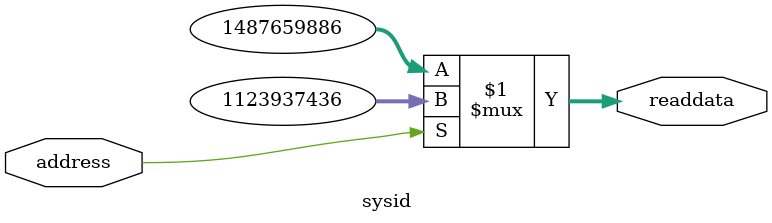
<source format=v>

`timescale 1ns / 100ps
// synthesis translate_on
module sysid (
               // inputs:
                address,

               // outputs:
                readdata
             );

  output  [ 31: 0] readdata;
  input            address;

  wire    [ 31: 0] readdata;
  //control_slave, which is an e_avalon_slave
  assign readdata = address ? 1123937436 : 1487659886;


endmodule


</source>
